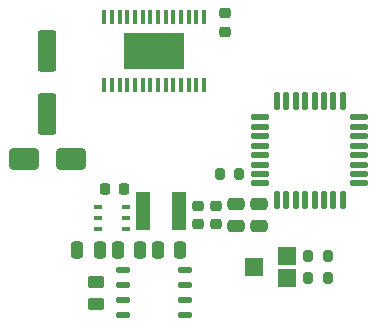
<source format=gtp>
%TF.GenerationSoftware,KiCad,Pcbnew,9.0.7*%
%TF.CreationDate,2026-01-27T18:23:45+01:00*%
%TF.ProjectId,NEMA17_FOC_Driver,4e454d41-3137-45f4-964f-435f44726976,rev?*%
%TF.SameCoordinates,Original*%
%TF.FileFunction,Paste,Top*%
%TF.FilePolarity,Positive*%
%FSLAX46Y46*%
G04 Gerber Fmt 4.6, Leading zero omitted, Abs format (unit mm)*
G04 Created by KiCad (PCBNEW 9.0.7) date 2026-01-27 18:23:45*
%MOMM*%
%LPD*%
G01*
G04 APERTURE LIST*
G04 Aperture macros list*
%AMRoundRect*
0 Rectangle with rounded corners*
0 $1 Rounding radius*
0 $2 $3 $4 $5 $6 $7 $8 $9 X,Y pos of 4 corners*
0 Add a 4 corners polygon primitive as box body*
4,1,4,$2,$3,$4,$5,$6,$7,$8,$9,$2,$3,0*
0 Add four circle primitives for the rounded corners*
1,1,$1+$1,$2,$3*
1,1,$1+$1,$4,$5*
1,1,$1+$1,$6,$7*
1,1,$1+$1,$8,$9*
0 Add four rect primitives between the rounded corners*
20,1,$1+$1,$2,$3,$4,$5,0*
20,1,$1+$1,$4,$5,$6,$7,0*
20,1,$1+$1,$6,$7,$8,$9,0*
20,1,$1+$1,$8,$9,$2,$3,0*%
G04 Aperture macros list end*
%ADD10C,0.000000*%
%ADD11RoundRect,0.200000X0.200000X0.275000X-0.200000X0.275000X-0.200000X-0.275000X0.200000X-0.275000X0*%
%ADD12RoundRect,0.250000X-0.450000X0.262500X-0.450000X-0.262500X0.450000X-0.262500X0.450000X0.262500X0*%
%ADD13RoundRect,0.225000X0.250000X-0.225000X0.250000X0.225000X-0.250000X0.225000X-0.250000X-0.225000X0*%
%ADD14O,1.250000X0.549999*%
%ADD15RoundRect,0.250000X-0.250000X-0.475000X0.250000X-0.475000X0.250000X0.475000X-0.250000X0.475000X0*%
%ADD16R,1.498600X1.498600*%
%ADD17R,0.304800X1.161999*%
%ADD18R,5.180000X3.099999*%
%ADD19R,0.698500X0.457200*%
%ADD20RoundRect,0.250000X0.475000X-0.250000X0.475000X0.250000X-0.475000X0.250000X-0.475000X-0.250000X0*%
%ADD21RoundRect,0.250000X-0.550000X1.500000X-0.550000X-1.500000X0.550000X-1.500000X0.550000X1.500000X0*%
%ADD22R,1.200000X3.300000*%
%ADD23RoundRect,0.125000X0.125000X-0.625000X0.125000X0.625000X-0.125000X0.625000X-0.125000X-0.625000X0*%
%ADD24RoundRect,0.125000X0.625000X-0.125000X0.625000X0.125000X-0.625000X0.125000X-0.625000X-0.125000X0*%
%ADD25RoundRect,0.250000X1.000000X0.650000X-1.000000X0.650000X-1.000000X-0.650000X1.000000X-0.650000X0*%
%ADD26RoundRect,0.225000X-0.225000X-0.250000X0.225000X-0.250000X0.225000X0.250000X-0.225000X0.250000X0*%
%ADD27RoundRect,0.250000X0.250000X0.475000X-0.250000X0.475000X-0.250000X-0.475000X0.250000X-0.475000X0*%
%ADD28RoundRect,0.200000X-0.200000X-0.275000X0.200000X-0.275000X0.200000X0.275000X-0.200000X0.275000X0*%
G04 APERTURE END LIST*
D10*
%TO.C,U1*%
G36*
X164105000Y-66000000D02*
G01*
X163010000Y-66000000D01*
X163010000Y-64650000D01*
X164105000Y-64650000D01*
X164105000Y-66000000D01*
G37*
G36*
X164105000Y-67550000D02*
G01*
X163010000Y-67550000D01*
X163010000Y-66200000D01*
X164105000Y-66200000D01*
X164105000Y-67550000D01*
G37*
G36*
X165400000Y-66000000D02*
G01*
X164305000Y-66000000D01*
X164305000Y-64650000D01*
X165400000Y-64650000D01*
X165400000Y-66000000D01*
G37*
G36*
X165400000Y-67550000D02*
G01*
X164305000Y-67550000D01*
X164305000Y-66200000D01*
X165400000Y-66200000D01*
X165400000Y-67550000D01*
G37*
G36*
X166695000Y-66000000D02*
G01*
X165600000Y-66000000D01*
X165600000Y-64650000D01*
X166695000Y-64650000D01*
X166695000Y-66000000D01*
G37*
G36*
X166695000Y-67550000D02*
G01*
X165600000Y-67550000D01*
X165600000Y-66200000D01*
X166695000Y-66200000D01*
X166695000Y-67550000D01*
G37*
G36*
X167990000Y-66000000D02*
G01*
X166895000Y-66000000D01*
X166895000Y-64650000D01*
X167990000Y-64650000D01*
X167990000Y-66000000D01*
G37*
G36*
X167990000Y-67550000D02*
G01*
X166895000Y-67550000D01*
X166895000Y-66200000D01*
X167990000Y-66200000D01*
X167990000Y-67550000D01*
G37*
%TD*%
D11*
%TO.C,RLED_R1*%
X180185000Y-83400000D03*
X178535000Y-83400000D03*
%TD*%
D12*
%TO.C,RCAN1*%
X160530000Y-85637500D03*
X160530000Y-87462500D03*
%TD*%
D13*
%TO.C,C1*%
X171480000Y-64425000D03*
X171480000Y-62875000D03*
%TD*%
D14*
%TO.C,U5*%
X168145001Y-88425000D03*
X168145001Y-87155000D03*
X168145001Y-85885000D03*
X168145001Y-84615000D03*
X162895001Y-84615000D03*
X162895001Y-85885000D03*
X162895001Y-87155000D03*
X162895001Y-88425000D03*
%TD*%
D15*
%TO.C,C5*%
X158990000Y-82910000D03*
X160890000Y-82910000D03*
%TD*%
D16*
%TO.C,LED1*%
X176770000Y-83399999D03*
X176770000Y-85300001D03*
X173970000Y-84350000D03*
%TD*%
D17*
%TO.C,U1*%
X169725074Y-63229000D03*
X169075063Y-63229000D03*
X168425051Y-63229000D03*
X167775040Y-63229000D03*
X167125028Y-63229000D03*
X166475017Y-63229000D03*
X165825006Y-63229000D03*
X165174994Y-63229000D03*
X164524983Y-63229000D03*
X163874972Y-63229000D03*
X163224960Y-63229000D03*
X162574949Y-63229000D03*
X161924937Y-63229000D03*
X161274926Y-63229000D03*
X161274926Y-68971000D03*
X161924937Y-68971000D03*
X162574949Y-68971000D03*
X163224960Y-68971000D03*
X163874972Y-68971000D03*
X164524983Y-68971000D03*
X165174994Y-68971000D03*
X165825006Y-68971000D03*
X166475017Y-68971000D03*
X167125028Y-68971000D03*
X167775040Y-68971000D03*
X168425051Y-68971000D03*
X169075063Y-68971000D03*
X169725074Y-68971000D03*
D18*
X165500000Y-66100000D03*
%TD*%
D19*
%TO.C,U2*%
X160699850Y-79269999D03*
X160699850Y-80220000D03*
X160699850Y-81170001D03*
X163100150Y-81170001D03*
X163100150Y-80220000D03*
X163100150Y-79269999D03*
%TD*%
D20*
%TO.C,C11*%
X174370000Y-80920000D03*
X174370000Y-79020000D03*
%TD*%
D21*
%TO.C,CIN1*%
X156460000Y-66040000D03*
X156460000Y-71440000D03*
%TD*%
D20*
%TO.C,C10*%
X172410000Y-80920000D03*
X172410000Y-79020000D03*
%TD*%
D22*
%TO.C,L1*%
X164510000Y-79650000D03*
X167610000Y-79650000D03*
%TD*%
D23*
%TO.C,U4*%
X175870000Y-78665000D03*
X176670000Y-78665000D03*
X177470000Y-78665000D03*
X178270000Y-78665000D03*
X179070000Y-78665000D03*
X179870000Y-78665000D03*
X180670000Y-78665000D03*
X181470000Y-78665000D03*
D24*
X182845000Y-77290000D03*
X182845000Y-76490000D03*
X182845000Y-75690000D03*
X182845000Y-74890000D03*
X182845000Y-74090000D03*
X182845000Y-73290000D03*
X182845000Y-72490000D03*
X182845000Y-71690000D03*
D23*
X181470000Y-70315000D03*
X180670000Y-70315000D03*
X179870000Y-70315000D03*
X179070000Y-70315000D03*
X178270000Y-70315000D03*
X177470000Y-70315000D03*
X176670000Y-70315000D03*
X175870000Y-70315000D03*
D24*
X174495000Y-71690000D03*
X174495000Y-72490000D03*
X174495000Y-73290000D03*
X174495000Y-74090000D03*
X174495000Y-74890000D03*
X174495000Y-75690000D03*
X174495000Y-76490000D03*
X174495000Y-77290000D03*
%TD*%
D25*
%TO.C,D2*%
X158450000Y-75220000D03*
X154450000Y-75220000D03*
%TD*%
D13*
%TO.C,C12*%
X169220000Y-80755000D03*
X169220000Y-79205000D03*
%TD*%
D26*
%TO.C,C6*%
X161355000Y-77790000D03*
X162905000Y-77790000D03*
%TD*%
D27*
%TO.C,C8*%
X164310000Y-82910000D03*
X162410000Y-82910000D03*
%TD*%
D28*
%TO.C,RLED_G1*%
X178535000Y-85310000D03*
X180185000Y-85310000D03*
%TD*%
D27*
%TO.C,C7*%
X167710000Y-82900000D03*
X165810000Y-82900000D03*
%TD*%
D11*
%TO.C,R_BOOT1*%
X172695000Y-76490000D03*
X171045000Y-76490000D03*
%TD*%
D13*
%TO.C,C13*%
X170690000Y-80755000D03*
X170690000Y-79205000D03*
%TD*%
M02*

</source>
